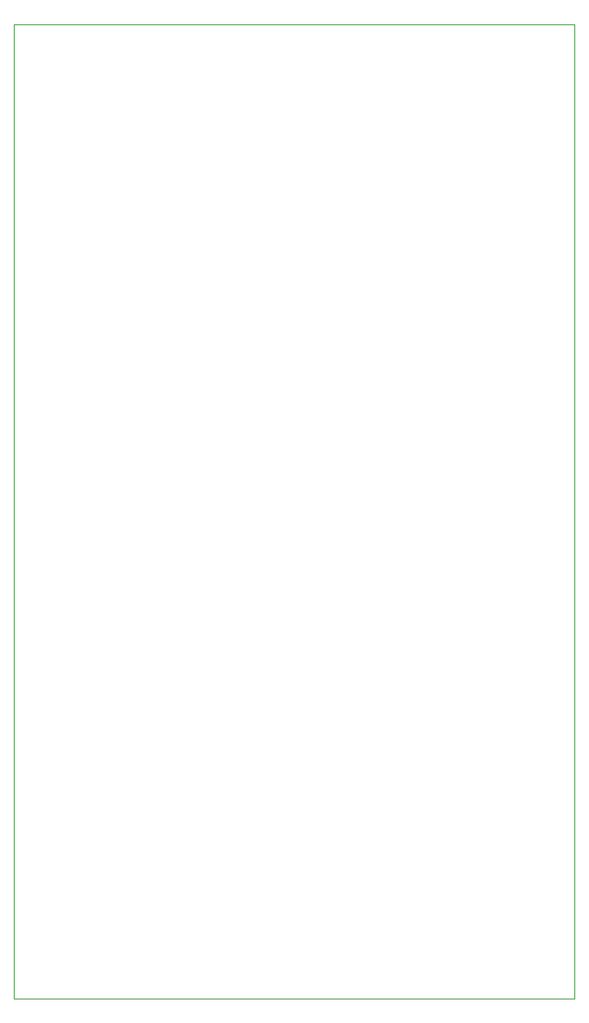
<source format=gbr>
G04*
G04 #@! TF.GenerationSoftware,Altium Limited,Altium Designer,24.0.1 (36)*
G04*
G04 Layer_Color=0*
%FSLAX25Y25*%
%MOIN*%
G70*
G04*
G04 #@! TF.SameCoordinates,852D5C1C-0582-447D-AFC5-A22B4F0E1159*
G04*
G04*
G04 #@! TF.FilePolarity,Positive*
G04*
G01*
G75*
%ADD66C,0.00100*%
D66*
X0Y-104500D02*
X230000D01*
Y295000D01*
X0D01*
Y-104500D01*
M02*

</source>
